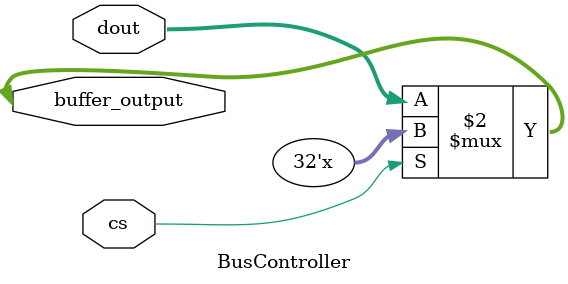
<source format=v>
module BusController (
	input [31:0] dout,
	input cs,
	inout [31:0] buffer_output
	);

assign buffer_output = (~cs ? dout : 32'bZ);

endmodule
</source>
